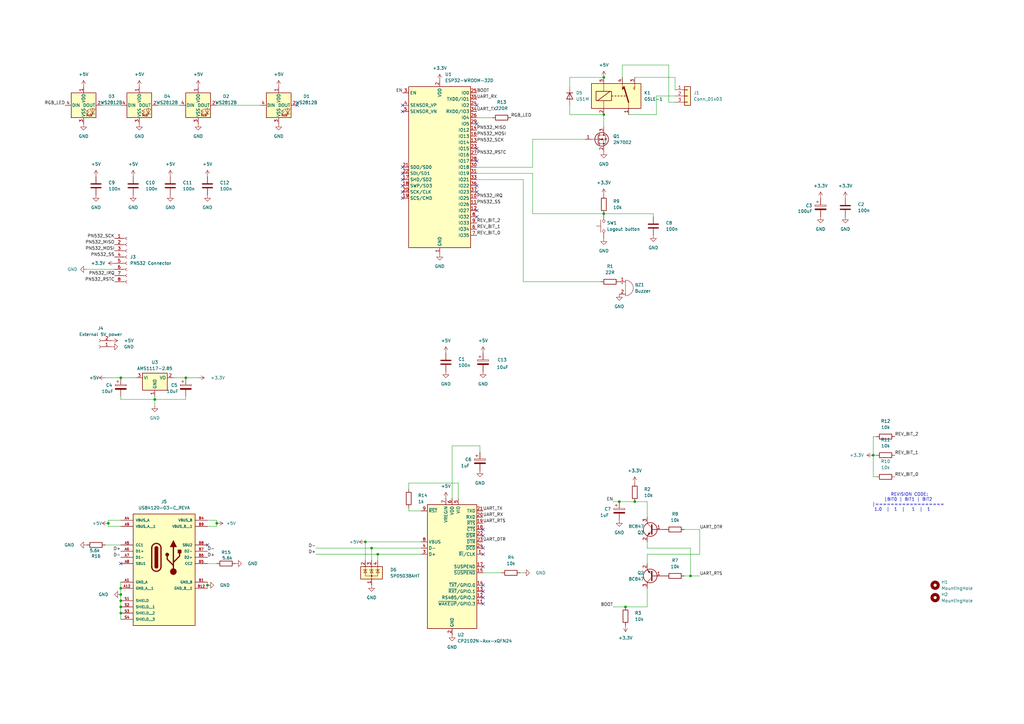
<source format=kicad_sch>
(kicad_sch (version 20240417) (generator "eeschema") (generator_version "8.99")
  (paper "A3")
  (title_block (title "PRISMO RFID Reader") (date "2024-02-09") (rev "1.0") (company "Hacklab Kyiv Hackerspace") (comment 1 "Authors: Artem Synytsyn <a,synytsyn@gmail.com>, Oleksandr Ivanchuk aka Sashkoiv"))
  (lib_symbols
    (symbol "Connector:Conn_01x02_Socket" (pin_names (offset 1.016) hide)
      (property "Reference" "J" (at 0 2.54 0))
      (property "Value" "Conn_01x02_Socket" (at 0 -5.08 0))
      (symbol "Conn_01x02_Socket_1_1"
        (pin passive line (at -5.08 0 0) (length 3.81) (name "Pin_1") (number "1"))
        (pin passive line (at -5.08 -2.54 0) (length 3.81) (name "Pin_2") (number "2"))
      )
    )
    (symbol "Connector:Conn_01x08_Socket" (pin_names (offset 1.016) hide)
      (property "Reference" "J" (at 0 10.16 0))
      (property "Value" "Conn_01x08_Socket" (at 0 -12.7 0))
      (symbol "Conn_01x08_Socket_1_1"
        (pin passive line (at -5.08 7.62 0) (length 3.81) (name "Pin_1") (number "1"))
        (pin passive line (at -5.08 5.08 0) (length 3.81) (name "Pin_2") (number "2"))
        (pin passive line (at -5.08 2.54 0) (length 3.81) (name "Pin_3") (number "3"))
        (pin passive line (at -5.08 0 0) (length 3.81) (name "Pin_4") (number "4"))
        (pin passive line (at -5.08 -2.54 0) (length 3.81) (name "Pin_5") (number "5"))
        (pin passive line (at -5.08 -5.08 0) (length 3.81) (name "Pin_6") (number "6"))
        (pin passive line (at -5.08 -7.62 0) (length 3.81) (name "Pin_7") (number "7"))
        (pin passive line (at -5.08 -10.16 0) (length 3.81) (name "Pin_8") (number "8"))
      )
    )
    (symbol "Connector_Generic:Conn_01x03" (pin_names (offset 1.016) hide)
      (property "Reference" "J" (at 0 5.08 0))
      (property "Value" "Conn_01x03" (at 0 -5.08 0))
      (symbol "Conn_01x03_1_1"
        (pin passive line (at -5.08 2.54 0) (length 3.81) (name "Pin_1") (number "1"))
        (pin passive line (at -5.08 0 0) (length 3.81) (name "Pin_2") (number "2"))
        (pin passive line (at -5.08 -2.54 0) (length 3.81) (name "Pin_3") (number "3"))
      )
    )
    (symbol "Device:Buzzer" (pin_names (offset 0.0254) hide)
      (property "Reference" "BZ" (at 3.81 1.27 0))
      (property "Value" "Buzzer" (at 3.81 -1.27 0))
      (symbol "Buzzer_1_1"
        (pin passive line (at -2.54 2.54 0) (length 2.54) (name "-") (number "1"))
        (pin passive line (at -2.54 -2.54 0) (length 2.54) (name "+") (number "2"))
      )
    )
    (symbol "Device:C" (pin_numbers hide) (pin_names (offset 0.254))
      (property "Reference" "C" (at 0.635 2.54 0))
      (property "Value" "C" (at 0.635 -2.54 0))
      (symbol "C_1_1"
        (pin passive line (at 0 3.81 270) (length 2.794) (name "~") (number "1"))
        (pin passive line (at 0 -3.81 90) (length 2.794) (name "~") (number "2"))
      )
    )
    (symbol "Device:C_Polarized" (pin_numbers hide) (pin_names (offset 0.254))
      (property "Reference" "C" (at 0.635 2.54 0))
      (property "Value" "C_Polarized" (at 0.635 -2.54 0))
      (symbol "C_Polarized_1_1"
        (pin passive line (at 0 3.81 270) (length 2.794) (name "~") (number "1"))
        (pin passive line (at 0 -3.81 90) (length 2.794) (name "~") (number "2"))
      )
    )
    (symbol "Device:R" (pin_numbers hide) (pin_names (offset 0))
      (property "Reference" "R" (at 2.032 0 90))
      (property "Value" "R" (at 0 0 90))
      (symbol "R_1_1"
        (pin passive line (at 0 3.81 270) (length 1.27) (name "~") (number "1"))
        (pin passive line (at 0 -3.81 90) (length 1.27) (name "~") (number "2"))
      )
    )
    (symbol "Diode:US1M" (pin_numbers hide) (pin_names hide)
      (property "Reference" "D" (at 0 2.54 0))
      (property "Value" "US1M" (at 0 -2.54 0))
      (symbol "US1M_1_1"
        (pin passive line (at -3.81 0 0) (length 2.54) (name "K") (number "1"))
        (pin passive line (at 3.81 0 180) (length 2.54) (name "A") (number "2"))
      )
    )
    (symbol "Interface_USB:CP2102N-Axx-xQFN24"
      (property "Reference" "U" (at -8.89 26.67 0))
      (property "Value" "CP2102N-Axx-xQFN24" (at 13.97 26.67 0))
      (symbol "CP2102N-Axx-xQFN24_1_1"
        (pin bidirectional line (at 12.7 5.08 180) (length 2.54) (name "~{RI}/CLK") (number "1"))
        (pin no_connect line (at -10.16 -22.86 0) (length 2.54) hide (name "NC") (number "10"))
        (pin bidirectional line (at 12.7 -15.24 180) (length 2.54) (name "~{WAKEUP}/GPIO.3") (number "11"))
        (pin bidirectional line (at 12.7 -12.7 180) (length 2.54) (name "RS485/GPIO.2") (number "12"))
        (pin bidirectional line (at 12.7 -10.16 180) (length 2.54) (name "~{RXT}/GPIO.1") (number "13"))
        (pin bidirectional line (at 12.7 -7.62 180) (length 2.54) (name "~{TXT}/GPIO.0") (number "14"))
        (pin output line (at 12.7 -2.54 180) (length 2.54) (name "~{SUSPEND}") (number "15"))
        (pin no_connect line (at 10.16 -22.86 180) (length 2.54) hide (name "NC") (number "16"))
        (pin output line (at 12.7 0 180) (length 2.54) (name "SUSPEND") (number "17"))
        (pin input line (at 12.7 15.24 180) (length 2.54) (name "~{CTS}") (number "18"))
        (pin output line (at 12.7 17.78 180) (length 2.54) (name "~{RTS}") (number "19"))
        (pin power_in line (at 0 -27.94 90) (length 2.54) (name "GND") (number "2"))
        (pin input line (at 12.7 20.32 180) (length 2.54) (name "RXD") (number "20"))
        (pin output line (at 12.7 22.86 180) (length 2.54) (name "TXD") (number "21"))
        (pin input line (at 12.7 12.7 180) (length 2.54) (name "~{DSR}") (number "22"))
        (pin output line (at 12.7 10.16 180) (length 2.54) (name "~{DTR}") (number "23"))
        (pin input line (at 12.7 7.62 180) (length 2.54) (name "~{DCD}") (number "24"))
        (pin passive line (at 0 -27.94 90) (length 2.54) hide (name "GND") (number "25"))
        (pin bidirectional line (at -12.7 5.08 0) (length 2.54) (name "D+") (number "3"))
        (pin bidirectional line (at -12.7 7.62 0) (length 2.54) (name "D-") (number "4"))
        (pin power_in line (at 2.54 27.94 270) (length 2.54) (name "VIO") (number "5"))
        (pin power_in line (at 0 27.94 270) (length 2.54) (name "VDD") (number "6"))
        (pin power_in line (at -2.54 27.94 270) (length 2.54) (name "VREGIN") (number "7"))
        (pin input line (at -12.7 10.16 0) (length 2.54) (name "VBUS") (number "8"))
        (pin input line (at -12.7 22.86 0) (length 2.54) (name "~{RST}") (number "9"))
      )
    )
    (symbol "LED:WS2812B" (pin_names (offset 0.254))
      (property "Reference" "D" (at 5.08 5.715 0))
      (property "Value" "WS2812B" (at 1.27 -5.715 0))
      (symbol "WS2812B_0_0"
        (text "RGB" (at 2.286 -4.191 0) (effects (font (size 0.762 0.762))))
      )
      (symbol "WS2812B_1_1"
        (pin power_in line (at 0 7.62 270) (length 2.54) (name "VDD") (number "1"))
        (pin output line (at 7.62 0 180) (length 2.54) (name "DOUT") (number "2"))
        (pin power_in line (at 0 -7.62 90) (length 2.54) (name "VSS") (number "3"))
        (pin input line (at -7.62 0 0) (length 2.54) (name "DIN") (number "4"))
      )
    )
    (symbol "Mechanical:MountingHole" (pin_names (offset 1.016))
      (property "Reference" "H" (at 0 5.08 0))
      (property "Value" "MountingHole" (at 0 3.175 0))
    )
    (symbol "Power_Protection:SP0503BAHT" (pin_names hide)
      (property "Reference" "D" (at 5.715 2.54 0))
      (property "Value" "SP0503BAHT" (at 5.715 0.635 0))
      (symbol "SP0503BAHT_0_0"
        (pin passive line (at 0 -5.08 90) (length 2.54) (name "A") (number "1"))
      )
      (symbol "SP0503BAHT_1_1"
        (pin passive line (at -2.54 5.08 270) (length 2.54) (name "K") (number "2"))
        (pin passive line (at 0 5.08 270) (length 2.54) (name "K") (number "3"))
        (pin passive line (at 2.54 5.08 270) (length 2.54) (name "K") (number "4"))
      )
    )
    (symbol "RF_Module:ESP32-WROOM-32D"
      (property "Reference" "U" (at -12.7 34.29 0))
      (property "Value" "ESP32-WROOM-32D" (at 1.27 34.29 0))
      (symbol "ESP32-WROOM-32D_1_1"
        (pin power_in line (at 0 -35.56 90) (length 2.54) (name "GND") (number "1"))
        (pin bidirectional line (at 15.24 -12.7 180) (length 2.54) (name "IO25") (number "10"))
        (pin bidirectional line (at 15.24 -15.24 180) (length 2.54) (name "IO26") (number "11"))
        (pin bidirectional line (at 15.24 -17.78 180) (length 2.54) (name "IO27") (number "12"))
        (pin bidirectional line (at 15.24 10.16 180) (length 2.54) (name "IO14") (number "13"))
        (pin bidirectional line (at 15.24 15.24 180) (length 2.54) (name "IO12") (number "14"))
        (pin passive line (at 0 -35.56 90) (length 2.54) hide (name "GND") (number "15"))
        (pin bidirectional line (at 15.24 12.7 180) (length 2.54) (name "IO13") (number "16"))
        (pin bidirectional line (at -15.24 -5.08 0) (length 2.54) (name "SHD/SD2") (number "17"))
        (pin bidirectional line (at -15.24 -7.62 0) (length 2.54) (name "SWP/SD3") (number "18"))
        (pin bidirectional line (at -15.24 -12.7 0) (length 2.54) (name "SCS/CMD") (number "19"))
        (pin power_in line (at 0 35.56 270) (length 2.54) (name "VDD") (number "2"))
        (pin bidirectional line (at -15.24 -10.16 0) (length 2.54) (name "SCK/CLK") (number "20"))
        (pin bidirectional line (at -15.24 0 0) (length 2.54) (name "SDO/SD0") (number "21"))
        (pin bidirectional line (at -15.24 -2.54 0) (length 2.54) (name "SDI/SD1") (number "22"))
        (pin bidirectional line (at 15.24 7.62 180) (length 2.54) (name "IO15") (number "23"))
        (pin bidirectional line (at 15.24 25.4 180) (length 2.54) (name "IO2") (number "24"))
        (pin bidirectional line (at 15.24 30.48 180) (length 2.54) (name "IO0") (number "25"))
        (pin bidirectional line (at 15.24 20.32 180) (length 2.54) (name "IO4") (number "26"))
        (pin bidirectional line (at 15.24 5.08 180) (length 2.54) (name "IO16") (number "27"))
        (pin bidirectional line (at 15.24 2.54 180) (length 2.54) (name "IO17") (number "28"))
        (pin bidirectional line (at 15.24 17.78 180) (length 2.54) (name "IO5") (number "29"))
        (pin input line (at -15.24 30.48 0) (length 2.54) (name "EN") (number "3"))
        (pin bidirectional line (at 15.24 0 180) (length 2.54) (name "IO18") (number "30"))
        (pin bidirectional line (at 15.24 -2.54 180) (length 2.54) (name "IO19") (number "31"))
        (pin no_connect line (at -12.7 -27.94 0) (length 2.54) hide (name "NC") (number "32"))
        (pin bidirectional line (at 15.24 -5.08 180) (length 2.54) (name "IO21") (number "33"))
        (pin bidirectional line (at 15.24 22.86 180) (length 2.54) (name "RXD0/IO3") (number "34"))
        (pin bidirectional line (at 15.24 27.94 180) (length 2.54) (name "TXD0/IO1") (number "35"))
        (pin bidirectional line (at 15.24 -7.62 180) (length 2.54) (name "IO22") (number "36"))
        (pin bidirectional line (at 15.24 -10.16 180) (length 2.54) (name "IO23") (number "37"))
        (pin passive line (at 0 -35.56 90) (length 2.54) hide (name "GND") (number "38"))
        (pin passive line (at 0 -35.56 90) (length 2.54) hide (name "GND") (number "39"))
        (pin input line (at -15.24 25.4 0) (length 2.54) (name "SENSOR_VP") (number "4"))
        (pin input line (at -15.24 22.86 0) (length 2.54) (name "SENSOR_VN") (number "5"))
        (pin input line (at 15.24 -25.4 180) (length 2.54) (name "IO34") (number "6"))
        (pin input line (at 15.24 -27.94 180) (length 2.54) (name "IO35") (number "7"))
        (pin bidirectional line (at 15.24 -20.32 180) (length 2.54) (name "IO32") (number "8"))
        (pin bidirectional line (at 15.24 -22.86 180) (length 2.54) (name "IO33") (number "9"))
      )
    )
    (symbol "Regulator_Linear:AMS1117-2.85"
      (property "Reference" "U" (at -3.81 3.175 0))
      (property "Value" "AMS1117-2.85" (at 0 3.175 0))
      (symbol "AMS1117-2.85_1_1"
        (pin power_in line (at 0 -7.62 90) (length 2.54) (name "GND") (number "1"))
        (pin power_out line (at 7.62 0 180) (length 2.54) (name "VO") (number "2"))
        (pin power_in line (at -7.62 0 0) (length 2.54) (name "VI") (number "3"))
      )
    )
    (symbol "Relay:G5LE-1"
      (property "Reference" "K" (at 11.43 3.81 0))
      (property "Value" "G5LE-1" (at 11.43 1.27 0))
      (symbol "G5LE-1_1_1"
        (pin passive line (at 5.08 -7.62 90) (length 2.54) (name "~") (number "1"))
        (pin passive line (at -5.08 -7.62 90) (length 2.54) (name "~") (number "2"))
        (pin passive line (at 7.62 7.62 270) (length 2.54) (name "~") (number "3"))
        (pin passive line (at 2.54 7.62 270) (length 2.54) (name "~") (number "4"))
        (pin passive line (at -5.08 7.62 270) (length 2.54) (name "~") (number "5"))
      )
    )
    (symbol "Switch:SW_Push" (pin_numbers hide) (pin_names (offset 1.016) hide)
      (property "Reference" "SW" (at 1.27 2.54 0))
      (property "Value" "SW_Push" (at 0 -1.524 0))
      (symbol "SW_Push_0_1"
        (pin passive line (at -5.08 0 0) (length 2.54) (name "1") (number "1"))
        (pin passive line (at 5.08 0 180) (length 2.54) (name "2") (number "2"))
      )
    )
    (symbol "Transistor_BJT:BC847" (pin_names (offset 0) hide)
      (property "Reference" "Q" (at 5.08 1.905 0))
      (property "Value" "BC847" (at 5.08 0 0))
      (symbol "BC847_1_1"
        (pin input line (at -5.08 0 0) (length 5.715) (name "B") (number "1"))
        (pin passive line (at 2.54 -5.08 90) (length 2.54) (name "E") (number "2"))
        (pin passive line (at 2.54 5.08 270) (length 2.54) (name "C") (number "3"))
      )
    )
    (symbol "Transistor_FET:2N7002" (pin_names hide)
      (property "Reference" "Q" (at 5.08 1.905 0))
      (property "Value" "2N7002" (at 5.08 0 0))
      (symbol "2N7002_1_1"
        (pin input line (at -5.08 0 0) (length 2.54) (name "G") (number "1"))
        (pin passive line (at 2.54 -5.08 90) (length 2.54) (name "S") (number "2"))
        (pin passive line (at 2.54 5.08 270) (length 2.54) (name "D") (number "3"))
      )
    )
    (symbol "USB4120-03-C_REVA:USB4120-03-C_REVA" (pin_names (offset 1.016))
      (property "Reference" "J5" (at 0 20.32 0))
      (property "Value" "USB4120-03-C_REVA" (at 0 17.78 0))
      (symbol "USB4120-03-C_REVA_0_0"
        (pin power_in line (at -17.78 -12.7 0) (length 5.08) (name "GND_A") (number "A1"))
        (pin power_in line (at -17.78 -15.24 0) (length 5.08) (name "GND_A__1") (number "A12"))
        (pin power_in line (at -17.78 12.7 0) (length 5.08) (name "VBUS_A") (number "A4"))
        (pin bidirectional line (at -17.78 2.54 0) (length 5.08) (name "CC1") (number "A5"))
        (pin bidirectional line (at -17.78 0 0) (length 5.08) (name "D1+") (number "A6"))
        (pin bidirectional line (at -17.78 -2.54 0) (length 5.08) (name "D1-") (number "A7"))
        (pin bidirectional line (at -17.78 -5.08 0) (length 5.08) (name "SBU1") (number "A8"))
        (pin power_in line (at -17.78 10.16 0) (length 5.08) (name "VBUS_A__1") (number "A9"))
        (pin power_in line (at 17.78 -12.7 180) (length 5.08) (name "GND_B") (number "B1"))
        (pin power_in line (at 17.78 -15.24 180) (length 5.08) (name "GND_B__1") (number "B12"))
        (pin power_in line (at 17.78 12.7 180) (length 5.08) (name "VBUS_B") (number "B4"))
        (pin bidirectional line (at 17.78 -5.08 180) (length 5.08) (name "CC2") (number "B5"))
        (pin bidirectional line (at 17.78 -2.54 180) (length 5.08) (name "D2+") (number "B6"))
        (pin bidirectional line (at 17.78 0 180) (length 5.08) (name "D2-") (number "B7"))
        (pin bidirectional line (at 17.78 2.54 180) (length 5.08) (name "SBU2") (number "B8"))
        (pin power_in line (at 17.78 10.16 180) (length 5.08) (name "VBUS_B__1") (number "B9"))
        (pin passive line (at -17.78 -20.32 0) (length 5.08) (name "SHIELD") (number "S1"))
        (pin passive line (at -17.78 -22.86 0) (length 5.08) (name "SHIELD__1") (number "S2"))
        (pin passive line (at -17.78 -25.4 0) (length 5.08) (name "SHIELD__2") (number "S3"))
        (pin passive line (at -17.78 -27.94 0) (length 5.08) (name "SHIELD__3") (number "S4"))
      )
    )
    (symbol "power:+3.3V" (power) (pin_names (offset 0))
      (property "Value" "+3.3V" (at 0 3.556 0))
      (symbol "+3.3V_1_1"
        (pin power_in line (at 0 0 90) (length 0) hide (name "+3.3V") (number "1"))
      )
    )
    (symbol "power:+5V" (power) (pin_names (offset 0))
      (property "Value" "+5V" (at 0 3.556 0))
      (symbol "+5V_1_1"
        (pin power_in line (at 0 0 90) (length 0) hide (name "+5V") (number "1"))
      )
    )
    (symbol "power:GND" (power) (pin_names (offset 0))
      (property "Value" "GND" (at 0 -3.81 0))
      (symbol "GND_1_1"
        (pin power_in line (at 0 0 270) (length 0) hide (name "GND") (number "1"))
      )
    )
  )
  (text "       REVISION CODE: \n     |BIT0 | BIT1 | BIT2\n     |==================\n1.0  |  1  |   1  |  1" (at 370.078 205.994 0) (effects (font (size 1.27 1.27))))
  (junction (at 254 205.74))
  (junction (at 76.2 154.94))
  (junction (at 49.53 241.3))
  (junction (at 283.21 236.22))
  (junction (at 247.65 31.75))
  (junction (at 44.45 214.63))
  (junction (at 49.53 243.84))
  (junction (at 49.53 246.38))
  (junction (at 260.35 205.74))
  (junction (at 85.09 240.03))
  (junction (at 149.86 222.25))
  (junction (at 247.65 87.63))
  (junction (at 49.53 248.92))
  (junction (at 49.53 154.94))
  (junction (at 154.94 227.33))
  (junction (at 88.9 214.63))
  (junction (at 247.65 46.99))
  (junction (at 152.4 224.79))
  (junction (at 49.53 251.46))
  (junction (at 358.14 186.69))
  (junction (at 256.54 248.92))
  (junction (at 63.5 163.83))
  (no_connect (at 165.1 71.12))
  (no_connect (at 198.12 247.65))
  (no_connect (at 195.58 60.96))
  (no_connect (at 195.58 86.36))
  (no_connect (at 121.92 43.18))
  (no_connect (at 195.58 78.74))
  (no_connect (at 195.58 66.04))
  (no_connect (at 198.12 242.57))
  (no_connect (at 195.58 88.9))
  (no_connect (at 198.12 232.41))
  (no_connect (at 195.58 43.18))
  (no_connect (at 165.1 45.72))
  (no_connect (at 198.12 217.17))
  (no_connect (at 49.53 231.14))
  (no_connect (at 198.12 219.71))
  (no_connect (at 165.1 78.74))
  (no_connect (at 165.1 68.58))
  (no_connect (at 165.1 81.28))
  (no_connect (at 85.09 223.52))
  (no_connect (at 165.1 43.18))
  (no_connect (at 198.12 240.03))
  (no_connect (at 165.1 73.66))
  (no_connect (at 198.12 227.33))
  (no_connect (at 198.12 224.79))
  (no_connect (at 195.58 50.8))
  (no_connect (at 165.1 76.2))
  (no_connect (at 198.12 245.11))
  (no_connect (at 195.58 76.2))
  (wire (pts (xy 256.54 248.92) (xy 265.43 248.92)))
  (wire (pts (xy 71.12 154.94) (xy 76.2 154.94)))
  (wire (pts (xy 218.44 57.15) (xy 240.03 57.15)))
  (wire (pts (xy 63.5 162.56) (xy 63.5 163.83)))
  (wire (pts (xy 198.12 234.95) (xy 205.74 234.95)))
  (wire (pts (xy 195.58 48.26) (xy 201.93 48.26)))
  (wire (pts (xy 49.53 248.92) (xy 49.53 251.46)))
  (wire (pts (xy 254 205.74) (xy 260.35 205.74)))
  (wire (pts (xy 247.65 46.99) (xy 247.65 52.07)))
  (wire (pts (xy 49.53 162.56) (xy 49.53 163.83)))
  (wire (pts (xy 269.24 39.37) (xy 269.24 46.99)))
  (wire (pts (xy 255.27 26.67) (xy 255.27 31.75)))
  (wire (pts (xy 358.14 186.69) (xy 359.41 186.69)))
  (wire (pts (xy 185.42 204.47) (xy 185.42 182.88)))
  (wire (pts (xy 287.02 227.33) (xy 287.02 217.17)))
  (wire (pts (xy 64.77 43.18) (xy 73.66 43.18)))
  (wire (pts (xy 49.53 251.46) (xy 49.53 254)))
  (wire (pts (xy 233.68 31.75) (xy 233.68 35.56)))
  (wire (pts (xy 276.86 41.91) (xy 274.32 41.91)))
  (wire (pts (xy 267.97 88.9) (xy 267.97 87.63)))
  (wire (pts (xy 49.53 241.3) (xy 49.53 243.84)))
  (wire (pts (xy 260.35 205.74) (xy 265.43 205.74)))
  (wire (pts (xy 260.35 31.75) (xy 276.86 31.75)))
  (wire (pts (xy 63.5 163.83) (xy 76.2 163.83)))
  (wire (pts (xy 88.9 213.36) (xy 88.9 214.63)))
  (wire (pts (xy 283.21 236.22) (xy 287.02 236.22)))
  (wire (pts (xy 49.53 243.84) (xy 49.53 246.38)))
  (wire (pts (xy 274.32 41.91) (xy 274.32 26.67)))
  (wire (pts (xy 154.94 227.33) (xy 154.94 229.87)))
  (wire (pts (xy 283.21 236.22) (xy 280.67 236.22)))
  (wire (pts (xy 265.43 227.33) (xy 287.02 227.33)))
  (wire (pts (xy 218.44 87.63) (xy 247.65 87.63)))
  (wire (pts (xy 359.41 195.58) (xy 358.14 195.58)))
  (wire (pts (xy 218.44 71.12) (xy 218.44 87.63)))
  (wire (pts (xy 129.54 227.33) (xy 154.94 227.33)))
  (wire (pts (xy 35.56 110.49) (xy 46.99 110.49)))
  (wire (pts (xy 358.14 195.58) (xy 358.14 186.69)))
  (wire (pts (xy 196.85 182.88) (xy 196.85 185.42)))
  (wire (pts (xy 274.32 26.67) (xy 255.27 26.67)))
  (wire (pts (xy 195.58 73.66) (xy 214.63 73.66)))
  (wire (pts (xy 276.86 31.75) (xy 276.86 36.83)))
  (wire (pts (xy 76.2 163.83) (xy 76.2 162.56)))
  (wire (pts (xy 149.86 222.25) (xy 172.72 222.25)))
  (wire (pts (xy 265.43 241.3) (xy 265.43 248.92)))
  (wire (pts (xy 187.96 198.12) (xy 187.96 204.47)))
  (wire (pts (xy 152.4 229.87) (xy 152.4 224.79)))
  (wire (pts (xy 76.2 154.94) (xy 81.28 154.94)))
  (wire (pts (xy 88.9 214.63) (xy 88.9 215.9)))
  (wire (pts (xy 195.58 68.58) (xy 218.44 68.58)))
  (wire (pts (xy 167.64 209.55) (xy 167.64 208.28)))
  (wire (pts (xy 233.68 31.75) (xy 247.65 31.75)))
  (wire (pts (xy 283.21 224.79) (xy 283.21 236.22)))
  (wire (pts (xy 43.18 154.94) (xy 49.53 154.94)))
  (wire (pts (xy 44.45 213.36) (xy 49.53 213.36)))
  (wire (pts (xy 152.4 224.79) (xy 172.72 224.79)))
  (wire (pts (xy 265.43 222.25) (xy 265.43 224.79)))
  (wire (pts (xy 167.64 200.66) (xy 167.64 198.12)))
  (wire (pts (xy 185.42 182.88) (xy 196.85 182.88)))
  (wire (pts (xy 41.91 43.18) (xy 49.53 43.18)))
  (wire (pts (xy 149.86 222.25) (xy 149.86 229.87)))
  (wire (pts (xy 358.14 179.07) (xy 358.14 186.69)))
  (wire (pts (xy 233.68 43.18) (xy 233.68 46.99)))
  (wire (pts (xy 265.43 224.79) (xy 283.21 224.79)))
  (wire (pts (xy 44.45 214.63) (xy 44.45 213.36)))
  (wire (pts (xy 49.53 154.94) (xy 55.88 154.94)))
  (wire (pts (xy 276.86 39.37) (xy 269.24 39.37)))
  (wire (pts (xy 85.09 240.03) (xy 85.09 241.3)))
  (wire (pts (xy 167.64 198.12) (xy 187.96 198.12)))
  (wire (pts (xy 49.53 163.83) (xy 63.5 163.83)))
  (wire (pts (xy 214.63 73.66) (xy 214.63 115.57)))
  (wire (pts (xy 233.68 46.99) (xy 247.65 46.99)))
  (wire (pts (xy 172.72 209.55) (xy 167.64 209.55)))
  (wire (pts (xy 49.53 246.38) (xy 49.53 248.92)))
  (wire (pts (xy 85.09 231.14) (xy 88.9 231.14)))
  (wire (pts (xy 85.09 213.36) (xy 88.9 213.36)))
  (wire (pts (xy 195.58 71.12) (xy 218.44 71.12)))
  (wire (pts (xy 251.46 248.92) (xy 256.54 248.92)))
  (wire (pts (xy 287.02 217.17) (xy 280.67 217.17)))
  (wire (pts (xy 269.24 46.99) (xy 257.81 46.99)))
  (wire (pts (xy 218.44 68.58) (xy 218.44 57.15)))
  (wire (pts (xy 359.41 179.07) (xy 358.14 179.07)))
  (wire (pts (xy 85.09 238.76) (xy 85.09 240.03)))
  (wire (pts (xy 214.63 115.57) (xy 246.38 115.57)))
  (wire (pts (xy 88.9 43.18) (xy 106.68 43.18)))
  (wire (pts (xy 172.72 227.33) (xy 154.94 227.33)))
  (wire (pts (xy 152.4 224.79) (xy 129.54 224.79)))
  (wire (pts (xy 49.53 238.76) (xy 49.53 241.3)))
  (wire (pts (xy 265.43 231.14) (xy 265.43 227.33)))
  (wire (pts (xy 265.43 212.09) (xy 265.43 205.74)))
  (wire (pts (xy 43.18 223.52) (xy 49.53 223.52)))
  (wire (pts (xy 251.46 205.74) (xy 254 205.74)))
  (wire (pts (xy 49.53 215.9) (xy 44.45 215.9)))
  (wire (pts (xy 44.45 215.9) (xy 44.45 214.63)))
  (wire (pts (xy 63.5 163.83) (xy 63.5 166.37)))
  (wire (pts (xy 88.9 215.9) (xy 85.09 215.9)))
  (wire (pts (xy 213.36 234.95) (xy 214.63 234.95)))
  (wire (pts (xy 247.65 87.63) (xy 267.97 87.63)))
  (label "D+" (at 129.54 227.33 180))
  (label "PN532_SCK" (at 46.99 97.79 180))
  (label "EN" (at 251.46 205.74 180))
  (label "PN532_MISO" (at 46.99 100.33 180))
  (label "UART_RX" (at 195.58 40.64 0))
  (label "UART_DTR" (at 198.12 222.25 0))
  (label "RGB_LED" (at 26.67 43.18 180))
  (label "REV_BIT_1" (at 367.03 186.69 0))
  (label "REV_BIT_0" (at 195.58 96.52 0))
  (label "REV_BIT_1" (at 195.58 93.98 0))
  (label "REV_BIT_2" (at 367.03 179.07 0))
  (label "PN532_IRQ" (at 195.58 81.28 0))
  (label "UART_DTR" (at 287.02 217.17 0))
  (label "PN532_SS" (at 46.99 105.41 180))
  (label "RGB_LED" (at 209.55 48.26 0))
  (label "UART_TX" (at 195.58 45.72 0))
  (label "BOOT" (at 251.46 248.92 180))
  (label "EN" (at 165.1 38.1 180))
  (label "PN532_SS" (at 195.58 83.82 0))
  (label "D+" (at 49.53 226.06 180))
  (label "UART_RTS" (at 287.02 236.22 0))
  (label "UART_TX" (at 198.12 209.55 0))
  (label "PN532_MOSI" (at 195.58 55.88 0))
  (label "REV_BIT_2" (at 195.58 91.44 0))
  (label "UART_RX" (at 198.12 212.09 0))
  (label "PN532_IRQ" (at 46.99 113.03 180))
  (label "D-" (at 85.09 226.06 0))
  (label "D-" (at 49.53 228.6 180))
  (label "PN532_MOSI" (at 46.99 102.87 180))
  (label "PN532_RSTC" (at 46.99 115.57 180))
  (label "PN532_MISO" (at 195.58 53.34 0))
  (label "PN532_RSTC" (at 195.58 63.5 0))
  (label "D+" (at 85.09 228.6 0))
  (label "BOOT" (at 195.58 38.1 0))
  (label "REV_BIT_0" (at 367.03 195.58 0))
  (label "UART_RTS" (at 198.12 214.63 0))
  (label "D-" (at 129.54 224.79 180))
  (label "PN532_SCK" (at 195.58 58.42 0))
  (symbol (lib_id "power:GND") (at 185.42 260.35 0) (unit 1)
    (property "Reference" "#PWR012" (effects (hide yes)))
    (property "Value" "GND" (at 185.42 265.43 0))
    (property "Description" "Power symbol creates a global label with name \"GND\" , ground" (effects (hide yes)))
  )
  (symbol (lib_id "Device:C") (at 54.61 76.2 0) (unit 1)
    (property "Reference" "C10" (at 59.69 74.9299 0) (effects (justify left)))
    (property "Value" "100n" (at 59.69 77.4699 0) (effects (justify left)))
    (property "Footprint" "Capacitor_SMD:C_0805_2012Metric_Pad1.18x1.45mm_HandSolder" (effects (hide yes)))
    (property "Description" "Unpolarized capacitor" (effects (hide yes)))
  )
  (symbol (lib_id "power:+5V") (at 81.28 35.56 0) (unit 1)
    (property "Reference" "#PWR037" (effects (hide yes)))
    (property "Value" "+5V" (at 81.28 30.48 0))
    (property "Description" "Power symbol creates a global label with name \"+5V\"" (effects (hide yes)))
  )
  (symbol (lib_id "power:GND") (at 85.09 240.03 90) (unit 1)
    (property "Reference" "#PWR057" (effects (hide yes)))
    (property "Value" "GND" (at 90.17 240.0299 90) (effects (justify right)))
    (property "Description" "Power symbol creates a global label with name \"GND\" , ground" (effects (hide yes)))
  )
  (symbol (lib_id "Device:R") (at 209.55 234.95 90) (unit 1)
    (property "Reference" "R4" (at 209.55 228.6 90))
    (property "Value" "10k" (at 209.55 231.14 90))
    (property "Footprint" "Resistor_SMD:R_0805_2012Metric_Pad1.20x1.40mm_HandSolder" (effects (hide yes)))
    (property "Description" "Resistor" (effects (hide yes)))
  )
  (symbol (lib_id "power:GND") (at 49.53 243.84 270) (unit 1)
    (property "Reference" "#PWR056" (effects (hide yes)))
    (property "Value" "GND" (at 44.45 243.8401 90) (effects (justify right)))
    (property "Description" "Power symbol creates a global label with name \"GND\" , ground" (effects (hide yes)))
  )
  (symbol (lib_id "LED:WS2812B") (at 34.29 43.18 0) (unit 1)
    (property "Reference" "D3" (at 45.72 39.532 0))
    (property "Value" "WS2812B" (at 45.72 42.072 0))
    (property "Footprint" "LED_SMD:LED_WS2812B_PLCC4_5.0x5.0mm_P3.2mm" (effects (hide yes)))
    (property "Datasheet" "https://cdn-shop.adafruit.com/datasheets/WS2812B.pdf" (effects (hide yes)))
    (property "Description" "RGB LED with integrated controller" (effects (hide yes)))
  )
  (symbol (lib_id "power:GND") (at 182.88 152.4 0) (unit 1)
    (property "Reference" "#PWR016" (effects (hide yes)))
    (property "Value" "GND" (at 182.88 157.48 0))
    (property "Description" "Power symbol creates a global label with name \"GND\" , ground" (effects (hide yes)))
  )
  (symbol (lib_id "power:+5V") (at 45.72 139.7 270) (unit 1)
    (property "Reference" "#PWR048" (effects (hide yes)))
    (property "Value" "+5V" (at 50.8 139.6999 90) (effects (justify left)))
    (property "Description" "Power symbol creates a global label with name \"+5V\"" (effects (hide yes)))
  )
  (symbol (lib_id "power:GND") (at 54.61 80.01 0) (unit 1)
    (property "Reference" "#PWR043" (effects (hide yes)))
    (property "Value" "GND" (at 54.61 85.09 0))
    (property "Description" "Power symbol creates a global label with name \"GND\" , ground" (effects (hide yes)))
  )
  (symbol (lib_id "power:+3.3V") (at 46.99 107.95 90) (unit 1)
    (property "Reference" "#PWR029" (effects (hide yes)))
    (property "Value" "+3.3V" (at 43.18 107.9499 90) (effects (justify left)))
    (property "Description" "Power symbol creates a global label with name \"+3.3V\"" (effects (hide yes)))
  )
  (symbol (lib_id "power:+5V") (at 182.88 144.78 0) (unit 1)
    (property "Reference" "#PWR014" (effects (hide yes)))
    (property "Value" "+5V" (at 182.88 139.7 0))
    (property "Description" "Power symbol creates a global label with name \"+5V\"" (effects (hide yes)))
  )
  (symbol (lib_id "power:+3.3V") (at 247.65 80.01 0) (unit 1)
    (property "Reference" "#PWR027" (effects (hide yes)))
    (property "Value" "+3.3V" (at 247.65 74.93 0))
    (property "Description" "Power symbol creates a global label with name \"+3.3V\"" (effects (hide yes)))
  )
  (symbol (lib_id "power:+5V") (at 114.3 35.56 0) (unit 1)
    (property "Reference" "#PWR036" (effects (hide yes)))
    (property "Value" "+5V" (at 114.3 30.48 0))
    (property "Description" "Power symbol creates a global label with name \"+5V\"" (effects (hide yes)))
  )
  (symbol (lib_id "power:GND") (at 35.56 110.49 270) (unit 1)
    (property "Reference" "#PWR025" (effects (hide yes)))
    (property "Value" "GND" (at 31.75 110.4899 90) (effects (justify right)))
    (property "Description" "Power symbol creates a global label with name \"GND\" , ground" (effects (hide yes)))
  )
  (symbol (lib_id "Device:R") (at 256.54 252.73 180) (unit 1)
    (property "Reference" "R3" (at 260.35 251.4599 0) (effects (justify right)))
    (property "Value" "10k" (at 260.35 253.9999 0) (effects (justify right)))
    (property "Footprint" "Resistor_SMD:R_0805_2012Metric_Pad1.20x1.40mm_HandSolder" (effects (hide yes)))
    (property "Description" "Resistor" (effects (hide yes)))
  )
  (symbol (lib_id "power:GND") (at 196.85 193.04 0) (unit 1)
    (property "Reference" "#PWR021" (effects (hide yes)))
    (property "Value" "GND" (at 196.85 198.12 0))
    (property "Description" "Power symbol creates a global label with name \"GND\" , ground" (effects (hide yes)))
  )
  (symbol (lib_id "Device:C_Polarized") (at 49.53 158.75 0) (unit 1)
    (property "Reference" "C4" (at 43.434 157.988 0) (effects (justify left)))
    (property "Value" "10uF" (at 41.656 160.528 0) (effects (justify left)))
    (property "Footprint" "Capacitor_Tantalum_SMD:CP_EIA-3216-18_Kemet-A_Pad1.58x1.35mm_HandSolder" (effects (hide yes)))
    (property "Description" "Polarized capacitor" (effects (hide yes)))
  )
  (symbol (lib_id "power:+5V") (at 39.37 72.39 0) (unit 1)
    (property "Reference" "#PWR040" (effects (hide yes)))
    (property "Value" "+5V" (at 39.37 67.31 0))
    (property "Description" "Power symbol creates a global label with name \"+5V\"" (effects (hide yes)))
  )
  (symbol (lib_id "Device:C_Polarized") (at 336.55 85.09 0) (unit 1)
    (property "Reference" "C3" (at 330.454 84.328 0) (effects (justify left)))
    (property "Value" "100uF" (at 327.152 86.614 0) (effects (justify left)))
    (property "Footprint" "Capacitor_Tantalum_SMD:CP_EIA-3528-21_Kemet-B_Pad1.50x2.35mm_HandSolder" (effects (hide yes)))
    (property "Description" "Polarized capacitor" (effects (hide yes)))
  )
  (symbol (lib_id "Device:C_Polarized") (at 196.85 189.23 0) (unit 1)
    (property "Reference" "C6" (at 190.754 188.468 0) (effects (justify left)))
    (property "Value" "1uF" (at 188.976 191.008 0) (effects (justify left)))
    (property "Footprint" "Capacitor_SMD:C_0805_2012Metric_Pad1.18x1.45mm_HandSolder" (effects (hide yes)))
    (property "Description" "Polarized capacitor" (effects (hide yes)))
  )
  (symbol (lib_id "RF_Module:ESP32-WROOM-32D") (at 180.34 68.58 0) (unit 1)
    (property "Reference" "U1" (at 182.5341 30.48 0) (effects (justify left)))
    (property "Value" "ESP32-WROOM-32D" (at 182.5341 33.02 0) (effects (justify left)))
    (property "Footprint" "RF_Module:ESP32-WROOM-32D" (effects (hide yes)))
    (property "Datasheet" "https://www.espressif.com/sites/default/files/documentation/esp32-wroom-32d_esp32-wroom-32u_datasheet_en.pdf" (effects (hide yes)))
    (property "Description" "RF Module, ESP32-D0WD SoC, Wi-Fi 802.11b/g/n, Bluetooth, BLE, 32-bit, 2.7-3.6V, onboard antenna, SMD" (effects (hide yes)))
  )
  (symbol (lib_id "Diode:US1M") (at 233.68 39.37 270) (unit 1)
    (property "Reference" "D5" (at 236.22 38.0999 90) (effects (justify left)))
    (property "Value" "US1M" (at 236.22 40.6399 90) (effects (justify left)))
    (property "Footprint" "Diode_SMD:D_SMA" (effects (hide yes)))
    (property "Datasheet" "https://www.diodes.com/assets/Datasheets/ds16008.pdf" (effects (hide yes)))
    (property "Description" "1000V, 1A, General Purpose Rectifier Diode, SMA(DO-214AC)" (effects (hide yes)))
    (property "Sim.Device" "D" (effects (hide yes)))
    (property "Sim.Pins" "1=K 2=A" (effects (hide yes)))
  )
  (symbol (lib_id "power:+3.3V") (at 346.71 81.28 0) (unit 1)
    (property "Reference" "#PWR015" (effects (hide yes)))
    (property "Value" "+3.3V" (at 346.71 76.2 0))
    (property "Description" "Power symbol creates a global label with name \"+3.3V\"" (effects (hide yes)))
  )
  (symbol (lib_id "power:+5V") (at 198.12 144.78 0) (unit 1)
    (property "Reference" "#PWR013" (effects (hide yes)))
    (property "Value" "+5V" (at 198.12 139.7 0))
    (property "Description" "Power symbol creates a global label with name \"+5V\"" (effects (hide yes)))
  )
  (symbol (lib_id "power:GND") (at 35.56 223.52 270) (unit 1)
    (property "Reference" "#PWR054" (effects (hide yes)))
    (property "Value" "GND" (at 30.48 223.5201 90) (effects (justify right)))
    (property "Description" "Power symbol creates a global label with name \"GND\" , ground" (effects (hide yes)))
  )
  (symbol (lib_id "power:GND") (at 81.28 50.8 0) (unit 1)
    (property "Reference" "#PWR033" (effects (hide yes)))
    (property "Value" "GND" (at 81.28 55.88 0))
    (property "Description" "Power symbol creates a global label with name \"GND\" , ground" (effects (hide yes)))
  )
  (symbol (lib_id "Regulator_Linear:AMS1117-2.85") (at 63.5 154.94 0) (unit 1)
    (property "Reference" "U3" (at 63.5 148.59 0))
    (property "Value" "AMS1117-2.85" (at 63.5 151.13 0))
    (property "Footprint" "Package_TO_SOT_SMD:SOT-223-3_TabPin2" (effects (hide yes)))
    (property "Datasheet" "http://www.advanced-monolithic.com/pdf/ds1117.pdf" (effects (hide yes)))
    (property "Description" "1A Low Dropout regulator, positive, 2.85V fixed output, SOT-223" (effects (hide yes)))
  )
  (symbol (lib_id "power:+3.3V") (at 81.28 154.94 270) (unit 1)
    (property "Reference" "#PWR019" (effects (hide yes)))
    (property "Value" "+3.3V" (at 86.36 154.9399 90) (effects (justify left)))
    (property "Description" "Power symbol creates a global label with name \"+3.3V\"" (effects (hide yes)))
  )
  (symbol (lib_id "power:+5V") (at 44.45 214.63 90) (unit 1)
    (property "Reference" "#PWR055" (effects (hide yes)))
    (property "Value" "+5V" (at 41.91 214.6299 90) (effects (justify left)))
    (property "Description" "Power symbol creates a global label with name \"+5V\"" (effects (hide yes)))
  )
  (symbol (lib_id "power:+5V") (at 34.29 35.56 0) (unit 1)
    (property "Reference" "#PWR038" (effects (hide yes)))
    (property "Value" "+5V" (at 34.29 30.48 0))
    (property "Description" "Power symbol creates a global label with name \"+5V\"" (effects (hide yes)))
  )
  (symbol (lib_id "power:GND") (at 34.29 50.8 0) (unit 1)
    (property "Reference" "#PWR034" (effects (hide yes)))
    (property "Value" "GND" (at 34.29 55.88 0))
    (property "Description" "Power symbol creates a global label with name \"GND\" , ground" (effects (hide yes)))
  )
  (symbol (lib_id "USB4120-03-C_REVA:USB4120-03-C_REVA") (at 67.31 226.06 0) (unit 1)
    (property "Reference" "J5" (at 67.31 205.74 0))
    (property "Value" "USB4120-03-C_REVA" (at 67.31 208.28 0))
    (property "Footprint" "usb_connector:GCT_USB4120-03-C_REVA" (effects (hide yes)))
    (property "Description" "A" (effects (hide yes)))
    (property "MANUFACTURER" "GCT" (effects (hide yes)))
    (property "MAXIMUM_PACKAGE_HEIGHT" "6.5mm" (effects (hide yes)))
    (property "STANDARD" "Manufacturer Recommendations" (effects (hide yes)))
  )
  (symbol (lib_id "power:+5V") (at 88.9 214.63 270) (unit 1)
    (property "Reference" "#PWR06" (effects (hide yes)))
    (property "Value" "+5V" (at 92.71 214.6299 90) (effects (justify left)))
    (property "Description" "Power symbol creates a global label with name \"+5V\"" (effects (hide yes)))
  )
  (symbol (lib_id "power:GND") (at 198.12 152.4 0) (unit 1)
    (property "Reference" "#PWR052" (effects (hide yes)))
    (property "Value" "GND" (at 198.12 157.48 0))
    (property "Description" "Power symbol creates a global label with name \"GND\" , ground" (effects (hide yes)))
  )
  (symbol (lib_id "Power_Protection:SP0503BAHT") (at 152.4 234.95 0) (unit 1)
    (property "Reference" "D6" (at 160.02 233.6799 0) (effects (justify left)))
    (property "Value" "SP0503BAHT" (at 160.02 236.2199 0) (effects (justify left)))
    (property "Footprint" "Package_TO_SOT_SMD:SOT-143" (effects (hide yes)))
    (property "Datasheet" "http://www.littelfuse.com/~/media/files/littelfuse/technical%20resources/documents/data%20sheets/sp05xxba.pdf" (effects (hide yes)))
    (property "Description" "TVS Diode Array, 5.5V Standoff, 3 Channels, SOT-143 package" (effects (hide yes)))
  )
  (symbol (lib_id "Device:R") (at 205.74 48.26 90) (unit 1)
    (property "Reference" "R13" (at 205.74 41.91 90))
    (property "Value" "220R" (at 205.74 44.45 90))
    (property "Footprint" "Resistor_SMD:R_0805_2012Metric_Pad1.20x1.40mm_HandSolder" (effects (hide yes)))
    (property "Description" "Resistor" (effects (hide yes)))
  )
  (symbol (lib_id "Device:C_Polarized") (at 76.2 158.75 0) (unit 1)
    (property "Reference" "C5" (at 70.104 157.988 0) (effects (justify left)))
    (property "Value" "10uF" (at 68.326 160.528 0) (effects (justify left)))
    (property "Footprint" "Capacitor_Tantalum_SMD:CP_EIA-3216-18_Kemet-A_Pad1.58x1.35mm_HandSolder" (effects (hide yes)))
    (property "Description" "Polarized capacitor" (effects (hide yes)))
  )
  (symbol (lib_id "Device:R") (at 363.22 186.69 270) (unit 1)
    (property "Reference" "R11" (at 363.22 180.34 90))
    (property "Value" "10k" (at 363.22 182.88 90))
    (property "Footprint" "Resistor_SMD:R_0805_2012Metric_Pad1.20x1.40mm_HandSolder" (effects (hide yes)))
    (property "Description" "Resistor" (effects (hide yes)))
  )
  (symbol (lib_id "LED:WS2812B") (at 114.3 43.18 0) (unit 1)
    (property "Reference" "D1" (at 125.73 39.532 0))
    (property "Value" "WS2812B" (at 125.73 42.072 0))
    (property "Footprint" "LED_SMD:LED_WS2812B_PLCC4_5.0x5.0mm_P3.2mm" (effects (hide yes)))
    (property "Datasheet" "https://cdn-shop.adafruit.com/datasheets/WS2812B.pdf" (effects (hide yes)))
    (property "Description" "RGB LED with integrated controller" (effects (hide yes)))
  )
  (symbol (lib_id "Device:R") (at 250.19 115.57 90) (unit 1)
    (property "Reference" "R1" (at 250.19 109.22 90))
    (property "Value" "22R" (at 250.19 111.76 90))
    (property "Footprint" "Resistor_SMD:R_0805_2012Metric_Pad1.20x1.40mm_HandSolder" (effects (hide yes)))
    (property "Description" "Resistor" (effects (hide yes)))
  )
  (symbol (lib_id "Switch:SW_Push") (at 247.65 92.71 90) (unit 1)
    (property "Reference" "SW1" (at 248.92 91.4399 90) (effects (justify right)))
    (property "Value" "Logout button" (at 248.92 93.9799 90) (effects (justify right)))
    (property "Footprint" "Button_Switch_SMD:SW_SPST_PTS645" (effects (hide yes)))
    (property "Description" "Push button switch, generic, two pins" (effects (hide yes)))
  )
  (symbol (lib_id "power:+3.3V") (at 260.35 198.12 0) (unit 1)
    (property "Reference" "#PWR022" (effects (hide yes)))
    (property "Value" "+3.3V" (at 260.35 193.04 0))
    (property "Description" "Power symbol creates a global label with name \"+3.3V\"" (effects (hide yes)))
  )
  (symbol (lib_id "Device:R") (at 276.86 217.17 90) (unit 1)
    (property "Reference" "R8" (at 276.86 210.82 90))
    (property "Value" "10k" (at 276.86 213.36 90))
    (property "Footprint" "Resistor_SMD:R_0805_2012Metric_Pad1.20x1.40mm_HandSolder" (effects (hide yes)))
    (property "Description" "Resistor" (effects (hide yes)))
  )
  (symbol (lib_id "power:GND") (at 96.52 231.14 90) (unit 1)
    (property "Reference" "#PWR053" (effects (hide yes)))
    (property "Value" "GND" (at 101.6 231.1399 90) (effects (justify right)))
    (property "Description" "Power symbol creates a global label with name \"GND\" , ground" (effects (hide yes)))
  )
  (symbol (lib_id "Device:R") (at 247.65 83.82 180) (unit 1)
    (property "Reference" "R9" (at 251.46 82.5499 0) (effects (justify right)))
    (property "Value" "10k" (at 251.46 85.0899 0) (effects (justify right)))
    (property "Footprint" "Resistor_SMD:R_0805_2012Metric_Pad1.20x1.40mm_HandSolder" (effects (hide yes)))
    (property "Description" "Resistor" (effects (hide yes)))
  )
  (symbol (lib_id "power:GND") (at 85.09 80.01 0) (unit 1)
    (property "Reference" "#PWR047" (effects (hide yes)))
    (property "Value" "GND" (at 85.09 85.09 0))
    (property "Description" "Power symbol creates a global label with name \"GND\" , ground" (effects (hide yes)))
  )
  (symbol (lib_id "Device:C") (at 39.37 76.2 0) (unit 1)
    (property "Reference" "C9" (at 44.45 74.9299 0) (effects (justify left)))
    (property "Value" "100n" (at 44.45 77.4699 0) (effects (justify left)))
    (property "Footprint" "Capacitor_SMD:C_0805_2012Metric_Pad1.18x1.45mm_HandSolder" (effects (hide yes)))
    (property "Description" "Unpolarized capacitor" (effects (hide yes)))
  )
  (symbol (lib_id "power:GND") (at 267.97 96.52 0) (unit 1)
    (property "Reference" "#PWR028" (effects (hide yes)))
    (property "Value" "GND" (at 267.97 101.6 0))
    (property "Description" "Power symbol creates a global label with name \"GND\" , ground" (effects (hide yes)))
  )
  (symbol (lib_id "Transistor_BJT:BC847") (at 267.97 236.22 180) (unit 1)
    (property "Reference" "Q2" (at 264.16 234.9499 0) (effects (justify left)))
    (property "Value" "BC847" (at 264.16 237.4899 0) (effects (justify left)))
    (property "Footprint" "Package_TO_SOT_SMD:SOT-23" (effects (hide yes)))
    (property "Datasheet" "http://www.infineon.com/dgdl/Infineon-BC847SERIES_BC848SERIES_BC849SERIES_BC850SERIES-DS-v01_01-en.pdf?fileId=db3a304314dca389011541d4630a1657" (effects (hide yes)))
    (property "Description" "0.1A Ic, 45V Vce, NPN Transistor, SOT-23" (effects (hide yes)))
  )
  (symbol (lib_id "power:+3.3V") (at 336.55 81.28 0) (unit 1)
    (property "Reference" "#PWR050" (effects (hide yes)))
    (property "Value" "+3.3V" (at 336.55 76.2 0))
    (property "Description" "Power symbol creates a global label with name \"+3.3V\"" (effects (hide yes)))
  )
  (symbol (lib_id "power:GND") (at 247.65 97.79 0) (unit 1)
    (property "Reference" "#PWR026" (effects (hide yes)))
    (property "Value" "GND" (at 247.65 102.87 0))
    (property "Description" "Power symbol creates a global label with name \"GND\" , ground" (effects (hide yes)))
  )
  (symbol (lib_id "power:GND") (at 69.85 80.01 0) (unit 1)
    (property "Reference" "#PWR045" (effects (hide yes)))
    (property "Value" "GND" (at 69.85 85.09 0))
    (property "Description" "Power symbol creates a global label with name \"GND\" , ground" (effects (hide yes)))
  )
  (symbol (lib_id "power:GND") (at 114.3 50.8 0) (unit 1)
    (property "Reference" "#PWR032" (effects (hide yes)))
    (property "Value" "GND" (at 114.3 55.88 0))
    (property "Description" "Power symbol creates a global label with name \"GND\" , ground" (effects (hide yes)))
  )
  (symbol (lib_id "Device:R") (at 92.71 231.14 90) (unit 1)
    (property "Reference" "R15" (at 92.71 226.568 90))
    (property "Value" "5.6k" (at 93.218 228.854 90))
    (property "Footprint" "Resistor_SMD:R_0805_2012Metric_Pad1.20x1.40mm_HandSolder" (effects (hide yes)))
    (property "Description" "Resistor" (effects (hide yes)))
  )
  (symbol (lib_id "Device:R") (at 276.86 236.22 90) (unit 1)
    (property "Reference" "R7" (at 276.86 229.87 90))
    (property "Value" "10k" (at 276.86 232.41 90))
    (property "Footprint" "Resistor_SMD:R_0805_2012Metric_Pad1.20x1.40mm_HandSolder" (effects (hide yes)))
    (property "Description" "Resistor" (effects (hide yes)))
  )
  (symbol (lib_id "Device:R") (at 363.22 195.58 270) (unit 1)
    (property "Reference" "R10" (at 363.22 189.23 90))
    (property "Value" "10k" (at 363.22 191.77 90))
    (property "Footprint" "Resistor_SMD:R_0805_2012Metric_Pad1.20x1.40mm_HandSolder" (effects (hide yes)))
    (property "Description" "Resistor" (effects (hide yes)))
  )
  (symbol (lib_id "power:GND") (at 39.37 80.01 0) (unit 1)
    (property "Reference" "#PWR041" (effects (hide yes)))
    (property "Value" "GND" (at 39.37 85.09 0))
    (property "Description" "Power symbol creates a global label with name \"GND\" , ground" (effects (hide yes)))
  )
  (symbol (lib_id "Device:R") (at 260.35 201.93 180) (unit 1)
    (property "Reference" "R2" (at 264.16 200.6599 0) (effects (justify right)))
    (property "Value" "10k" (at 264.16 203.1999 0) (effects (justify right)))
    (property "Footprint" "Resistor_SMD:R_0805_2012Metric_Pad1.20x1.40mm_HandSolder" (effects (hide yes)))
    (property "Description" "Resistor" (effects (hide yes)))
  )
  (symbol (lib_id "LED:WS2812B") (at 57.15 43.18 0) (unit 1)
    (property "Reference" "D4" (at 68.58 39.532 0))
    (property "Value" "WS2812B" (at 68.58 42.072 0))
    (property "Footprint" "LED_SMD:LED_WS2812B_PLCC4_5.0x5.0mm_P3.2mm" (effects (hide yes)))
    (property "Datasheet" "https://cdn-shop.adafruit.com/datasheets/WS2812B.pdf" (effects (hide yes)))
    (property "Description" "RGB LED with integrated controller" (effects (hide yes)))
  )
  (symbol (lib_id "Mechanical:MountingHole") (at 383.54 240.03 0) (unit 1)
    (property "Reference" "H1" (at 386.08 238.7599 0) (effects (justify left)))
    (property "Value" "MountingHole" (at 386.08 241.2999 0) (effects (justify left)))
    (property "Footprint" "MountingHole:MountingHole_3.5mm" (effects (hide yes)))
    (property "Description" "Mounting Hole without connection" (effects (hide yes)))
  )
  (symbol (lib_id "power:+3.3V") (at 358.14 186.69 90) (unit 1)
    (property "Reference" "#PWR031" (effects (hide yes)))
    (property "Value" "+3.3V" (at 354.33 186.6899 90) (effects (justify left)))
    (property "Description" "Power symbol creates a global label with name \"+3.3V\"" (effects (hide yes)))
  )
  (symbol (lib_id "Device:Buzzer") (at 256.54 118.11 0) (unit 1)
    (property "Reference" "BZ1" (at 260.35 116.8399 0) (effects (justify left)))
    (property "Value" "Buzzer" (at 260.35 119.3799 0) (effects (justify left)))
    (property "Footprint" "Buzzer_Beeper:Buzzer_Murata_PKMCS0909E" (effects (hide yes)))
    (property "Description" "Buzzer, polarized" (effects (hide yes)))
  )
  (symbol (lib_id "power:+5V") (at 85.09 72.39 0) (unit 1)
    (property "Reference" "#PWR046" (effects (hide yes)))
    (property "Value" "+5V" (at 85.09 67.31 0))
    (property "Description" "Power symbol creates a global label with name \"+5V\"" (effects (hide yes)))
  )
  (symbol (lib_id "Connector:Conn_01x08_Socket") (at 52.07 105.41 0) (unit 1)
    (property "Reference" "J3" (at 53.34 105.4099 0) (effects (justify left)))
    (property "Value" "PN532 Connector" (at 53.34 107.9499 0) (effects (justify left)))
    (property "Footprint" "Connector_PinSocket_2.54mm:PinSocket_1x08_P2.54mm_Vertical_SMD_Pin1Left" (effects (hide yes)))
    (property "Description" "Generic connector, single row, 01x08, script generated" (effects (hide yes)))
  )
  (symbol (lib_id "power:+5V") (at 69.85 72.39 0) (unit 1)
    (property "Reference" "#PWR044" (effects (hide yes)))
    (property "Value" "+5V" (at 69.85 67.31 0))
    (property "Description" "Power symbol creates a global label with name \"+5V\"" (effects (hide yes)))
  )
  (symbol (lib_id "power:+5V") (at 57.15 35.56 0) (unit 1)
    (property "Reference" "#PWR039" (effects (hide yes)))
    (property "Value" "+5V" (at 57.15 30.48 0))
    (property "Description" "Power symbol creates a global label with name \"+5V\"" (effects (hide yes)))
  )
  (symbol (lib_id "power:+3.3V") (at 256.54 256.54 180) (unit 1)
    (property "Reference" "#PWR023" (effects (hide yes)))
    (property "Value" "+3.3V" (at 256.54 261.62 0))
    (property "Description" "Power symbol creates a global label with name \"+3.3V\"" (effects (hide yes)))
  )
  (symbol (lib_id "Device:C_Polarized") (at 254 209.55 0) (unit 1)
    (property "Reference" "C7" (at 247.904 208.788 0) (effects (justify left)))
    (property "Value" "1uF" (at 246.126 211.328 0) (effects (justify left)))
    (property "Footprint" "Capacitor_SMD:C_0805_2012Metric_Pad1.18x1.45mm_HandSolder" (effects (hide yes)))
    (property "Description" "Polarized capacitor" (effects (hide yes)))
  )
  (symbol (lib_id "Device:R") (at 167.64 204.47 0) (unit 1)
    (property "Reference" "R14" (at 171.45 203.1999 0) (effects (justify left)))
    (property "Value" "1k" (at 171.45 205.7399 0) (effects (justify left)))
    (property "Footprint" "Resistor_SMD:R_0805_2012Metric_Pad1.20x1.40mm_HandSolder" (effects (hide yes)))
    (property "Description" "Resistor" (effects (hide yes)))
  )
  (symbol (lib_id "Device:C") (at 85.09 76.2 0) (unit 1)
    (property "Reference" "C12" (at 90.17 74.9299 0) (effects (justify left)))
    (property "Value" "100n" (at 90.17 77.4699 0) (effects (justify left)))
    (property "Footprint" "Capacitor_SMD:C_0805_2012Metric_Pad1.18x1.45mm_HandSolder" (effects (hide yes)))
    (property "Description" "Unpolarized capacitor" (effects (hide yes)))
  )
  (symbol (lib_id "power:GND") (at 214.63 234.95 90) (unit 1)
    (property "Reference" "#PWR08" (effects (hide yes)))
    (property "Value" "GND" (at 219.71 234.9499 90) (effects (justify right)))
    (property "Description" "Power symbol creates a global label with name \"GND\" , ground" (effects (hide yes)))
  )
  (symbol (lib_id "power:+5V") (at 149.86 222.25 90) (unit 1)
    (property "Reference" "#PWR07" (effects (hide yes)))
    (property "Value" "+5V" (at 147.32 222.2499 90) (effects (justify left)))
    (property "Description" "Power symbol creates a global label with name \"+5V\"" (effects (hide yes)))
  )
  (symbol (lib_id "Device:C") (at 346.71 85.09 0) (unit 1)
    (property "Reference" "C2" (at 351.79 83.8199 0) (effects (justify left)))
    (property "Value" "100n" (at 351.79 86.3599 0) (effects (justify left)))
    (property "Footprint" "Capacitor_SMD:C_0805_2012Metric_Pad1.18x1.45mm_HandSolder" (effects (hide yes)))
    (property "Description" "Unpolarized capacitor" (effects (hide yes)))
  )
  (symbol (lib_id "Device:C_Polarized") (at 198.12 148.59 0) (unit 1)
    (property "Reference" "C13" (at 203.962 147.574 0) (effects (justify left)))
    (property "Value" "10uF" (at 203.708 150.622 0) (effects (justify left)))
    (property "Footprint" "Capacitor_Tantalum_SMD:CP_EIA-3216-18_Kemet-A_Pad1.58x1.35mm_HandSolder" (effects (hide yes)))
    (property "Description" "Polarized capacitor" (effects (hide yes)))
  )
  (symbol (lib_id "power:GND") (at 180.34 104.14 0) (unit 1)
    (property "Reference" "#PWR030" (effects (hide yes)))
    (property "Value" "GND" (at 180.34 109.22 0))
    (property "Description" "Power symbol creates a global label with name \"GND\" , ground" (effects (hide yes)))
  )
  (symbol (lib_id "Connector_Generic:Conn_01x03") (at 281.94 39.37 0) (unit 1)
    (property "Reference" "J1" (at 284.48 38.0999 0) (effects (justify left)))
    (property "Value" "Conn_01x03" (at 284.48 40.6399 0) (effects (justify left)))
    (property "Footprint" "TerminalBlock_Phoenix:TerminalBlock_Phoenix_PT-1,5-3-3.5-H_1x03_P3.50mm_Horizontal" (effects (hide yes)))
    (property "Description" "https://www.digikey.lt/en/products/detail/phoenix-contact/1891072/4451594" (effects (hide yes)))
    (property "Comments" "Vertical, 3.5mm pitch" (effects (hide yes)))
  )
  (symbol (lib_id "power:+5V") (at 247.65 31.75 0) (unit 1)
    (property "Reference" "#PWR02" (effects (hide yes)))
    (property "Value" "+5V" (at 247.65 26.67 0))
    (property "Description" "Power symbol creates a global label with name \"+5V\"" (effects (hide yes)))
  )
  (symbol (lib_id "power:GND") (at 336.55 88.9 0) (unit 1)
    (property "Reference" "#PWR051" (effects (hide yes)))
    (property "Value" "GND" (at 336.55 93.98 0))
    (property "Description" "Power symbol creates a global label with name \"GND\" , ground" (effects (hide yes)))
  )
  (symbol (lib_id "Device:R") (at 39.37 223.52 270) (unit 1)
    (property "Reference" "R16" (at 39.37 228.092 90))
    (property "Value" "5.6k" (at 38.862 225.806 90))
    (property "Footprint" "Resistor_SMD:R_0805_2012Metric_Pad1.20x1.40mm_HandSolder" (effects (hide yes)))
    (property "Description" "Resistor" (effects (hide yes)))
  )
  (symbol (lib_id "power:+3.3V") (at 180.34 33.02 0) (unit 1)
    (property "Reference" "#PWR024" (effects (hide yes)))
    (property "Value" "+3.3V" (at 180.34 27.94 0))
    (property "Description" "Power symbol creates a global label with name \"+3.3V\"" (effects (hide yes)))
  )
  (symbol (lib_id "Connector:Conn_01x02_Socket") (at 40.64 142.24 180) (unit 1)
    (property "Reference" "J4" (at 41.275 134.62 0))
    (property "Value" "External 5V power" (at 41.275 137.16 0))
    (property "Footprint" "Connector_JST:JST_XH_B2B-XH-A_1x02_P2.50mm_Vertical" (effects (hide yes)))
    (property "Description" "Generic connector, single row, 01x02, script generated" (effects (hide yes)))
  )
  (symbol (lib_id "power:GND") (at 254 120.65 0) (unit 1)
    (property "Reference" "#PWR03" (effects (hide yes)))
    (property "Value" "GND" (at 254 125.73 0))
    (property "Description" "Power symbol creates a global label with name \"GND\" , ground" (effects (hide yes)))
  )
  (symbol (lib_id "LED:WS2812B") (at 81.28 43.18 0) (unit 1)
    (property "Reference" "D2" (at 92.71 39.532 0))
    (property "Value" "WS2812B" (at 92.71 42.072 0))
    (property "Footprint" "LED_SMD:LED_WS2812B_PLCC4_5.0x5.0mm_P3.2mm" (effects (hide yes)))
    (property "Datasheet" "https://cdn-shop.adafruit.com/datasheets/WS2812B.pdf" (effects (hide yes)))
    (property "Description" "RGB LED with integrated controller" (effects (hide yes)))
  )
  (symbol (lib_id "power:GND") (at 57.15 50.8 0) (unit 1)
    (property "Reference" "#PWR035" (effects (hide yes)))
    (property "Value" "GND" (at 57.15 55.88 0))
    (property "Description" "Power symbol creates a global label with name \"GND\" , ground" (effects (hide yes)))
  )
  (symbol (lib_id "power:+5V") (at 54.61 72.39 0) (unit 1)
    (property "Reference" "#PWR042" (effects (hide yes)))
    (property "Value" "+5V" (at 54.61 67.31 0))
    (property "Description" "Power symbol creates a global label with name \"+5V\"" (effects (hide yes)))
  )
  (symbol (lib_id "Mechanical:MountingHole") (at 383.54 245.11 0) (unit 1)
    (property "Reference" "H2" (at 386.08 243.8399 0) (effects (justify left)))
    (property "Value" "MountingHole" (at 386.08 246.3799 0) (effects (justify left)))
    (property "Footprint" "MountingHole:MountingHole_3.5mm" (effects (hide yes)))
    (property "Description" "Mounting Hole without connection" (effects (hide yes)))
  )
  (symbol (lib_id "Device:C") (at 69.85 76.2 0) (unit 1)
    (property "Reference" "C11" (at 74.93 74.9299 0) (effects (justify left)))
    (property "Value" "100n" (at 74.93 77.4699 0) (effects (justify left)))
    (property "Footprint" "Capacitor_SMD:C_0805_2012Metric_Pad1.18x1.45mm_HandSolder" (effects (hide yes)))
    (property "Description" "Unpolarized capacitor" (effects (hide yes)))
  )
  (symbol (lib_id "power:GND") (at 247.65 62.23 0) (unit 1)
    (property "Reference" "#PWR01" (effects (hide yes)))
    (property "Value" "GND" (at 247.65 67.31 0))
    (property "Description" "Power symbol creates a global label with name \"GND\" , ground" (effects (hide yes)))
  )
  (symbol (lib_id "power:GND") (at 63.5 166.37 0) (unit 1)
    (property "Reference" "#PWR020" (effects (hide yes)))
    (property "Value" "GND" (at 63.5 171.45 0))
    (property "Description" "Power symbol creates a global label with name \"GND\" , ground" (effects (hide yes)))
  )
  (symbol (lib_id "Interface_USB:CP2102N-Axx-xQFN24") (at 185.42 232.41 0) (unit 1)
    (property "Reference" "U2" (at 187.6141 260.35 0) (effects (justify left)))
    (property "Value" "CP2102N-Axx-xQFN24" (at 187.6141 262.89 0) (effects (justify left)))
    (property "Footprint" "Package_DFN_QFN:QFN-24-1EP_4x4mm_P0.5mm_EP2.6x2.6mm" (effects (hide yes)))
    (property "Datasheet" "https://www.silabs.com/documents/public/data-sheets/cp2102n-datasheet.pdf" (effects (hide yes)))
    (property "Description" "USB to UART master bridge, QFN-24" (effects (hide yes)))
  )
  (symbol (lib_id "power:GND") (at 45.72 142.24 90) (unit 1)
    (property "Reference" "#PWR049" (effects (hide yes)))
    (property "Value" "GND" (at 50.8 142.2399 90) (effects (justify right)))
    (property "Description" "Power symbol creates a global label with name \"GND\" , ground" (effects (hide yes)))
  )
  (symbol (lib_id "Device:R") (at 363.22 179.07 270) (unit 1)
    (property "Reference" "R12" (at 363.22 172.72 90))
    (property "Value" "10k" (at 363.22 175.26 90))
    (property "Footprint" "Resistor_SMD:R_0805_2012Metric_Pad1.20x1.40mm_HandSolder" (effects (hide yes)))
    (property "Description" "Resistor" (effects (hide yes)))
  )
  (symbol (lib_id "power:+5V") (at 43.18 154.94 90) (unit 1)
    (property "Reference" "#PWR018" (effects (hide yes)))
    (property "Value" "+5V" (at 40.64 154.9399 90) (effects (justify left)))
    (property "Description" "Power symbol creates a global label with name \"+5V\"" (effects (hide yes)))
  )
  (symbol (lib_id "Relay:G5LE-1") (at 252.73 39.37 0) (unit 1)
    (property "Reference" "K1" (at 264.16 38.0999 0) (effects (justify left)))
    (property "Value" "G5LE-1" (at 264.16 40.6399 0) (effects (justify left)))
    (property "Footprint" "Relay_THT:Relay_SPDT_Omron-G5LE-1" (effects (hide yes)))
    (property "Datasheet" "http://www.omron.com/ecb/products/pdf/en-g5le.pdf" (effects (hide yes)))
    (property "Description" "Omron G5LE relay, Miniature Single Pole, SPDT, 10A" (effects (hide yes)))
  )
  (symbol (lib_id "power:GND") (at 254 213.36 0) (unit 1)
    (property "Reference" "#PWR05" (effects (hide yes)))
    (property "Value" "GND" (at 254 218.44 0))
    (property "Description" "Power symbol creates a global label with name \"GND\" , ground" (effects (hide yes)))
  )
  (symbol (lib_id "power:+5V") (at 182.88 204.47 0) (unit 1)
    (property "Reference" "#PWR010" (effects (hide yes)))
    (property "Value" "+5V" (at 182.88 199.39 0))
    (property "Description" "Power symbol creates a global label with name \"+5V\"" (effects (hide yes)))
  )
  (symbol (lib_id "power:GND") (at 346.71 88.9 0) (unit 1)
    (property "Reference" "#PWR017" (effects (hide yes)))
    (property "Value" "GND" (at 346.71 93.98 0))
    (property "Description" "Power symbol creates a global label with name \"GND\" , ground" (effects (hide yes)))
  )
  (symbol (lib_id "Device:C") (at 182.88 148.59 0) (unit 1)
    (property "Reference" "C1" (at 187.96 147.3199 0) (effects (justify left)))
    (property "Value" "100n" (at 187.96 149.8599 0) (effects (justify left)))
    (property "Footprint" "Capacitor_SMD:C_0805_2012Metric_Pad1.18x1.45mm_HandSolder" (effects (hide yes)))
    (property "Description" "Unpolarized capacitor" (effects (hide yes)))
  )
  (symbol (lib_id "Transistor_BJT:BC847") (at 267.97 217.17 0) (mirror y) (unit 1)
    (property "Reference" "Q3" (at 264.16 218.4401 0) (effects (justify left)))
    (property "Value" "BC847" (at 264.16 215.9001 0) (effects (justify left)))
    (property "Footprint" "Package_TO_SOT_SMD:SOT-23" (effects (hide yes)))
    (property "Datasheet" "http://www.infineon.com/dgdl/Infineon-BC847SERIES_BC848SERIES_BC849SERIES_BC850SERIES-DS-v01_01-en.pdf?fileId=db3a304314dca389011541d4630a1657" (effects (hide yes)))
    (property "Description" "0.1A Ic, 45V Vce, NPN Transistor, SOT-23" (effects (hide yes)))
  )
  (symbol (lib_id "Transistor_FET:2N7002") (at 245.11 57.15 0) (unit 1)
    (property "Reference" "Q1" (at 251.46 55.8799 0) (effects (justify left)))
    (property "Value" "2N7002" (at 251.46 58.4199 0) (effects (justify left)))
    (property "Footprint" "Package_TO_SOT_SMD:SOT-23" (effects (hide yes)))
    (property "Datasheet" "https://www.onsemi.com/pub/Collateral/NDS7002A-D.PDF" (effects (hide yes)))
    (property "Description" "0.115A Id, 60V Vds, N-Channel MOSFET, SOT-23" (effects (hide yes)))
  )
  (symbol (lib_id "Device:C") (at 267.97 92.71 0) (unit 1)
    (property "Reference" "C8" (at 273.05 91.4399 0) (effects (justify left)))
    (property "Value" "100n" (at 273.05 93.9799 0) (effects (justify left)))
    (property "Footprint" "Capacitor_SMD:C_0805_2012Metric_Pad1.18x1.45mm_HandSolder" (effects (hide yes)))
    (property "Description" "Unpolarized capacitor" (effects (hide yes)))
  )
  (symbol (lib_id "power:GND") (at 152.4 240.03 0) (unit 1)
    (property "Reference" "#PWR04" (effects (hide yes)))
    (property "Value" "GND" (at 152.4 245.11 0))
    (property "Description" "Power symbol creates a global label with name \"GND\" , ground" (effects (hide yes)))
  )
)
</source>
